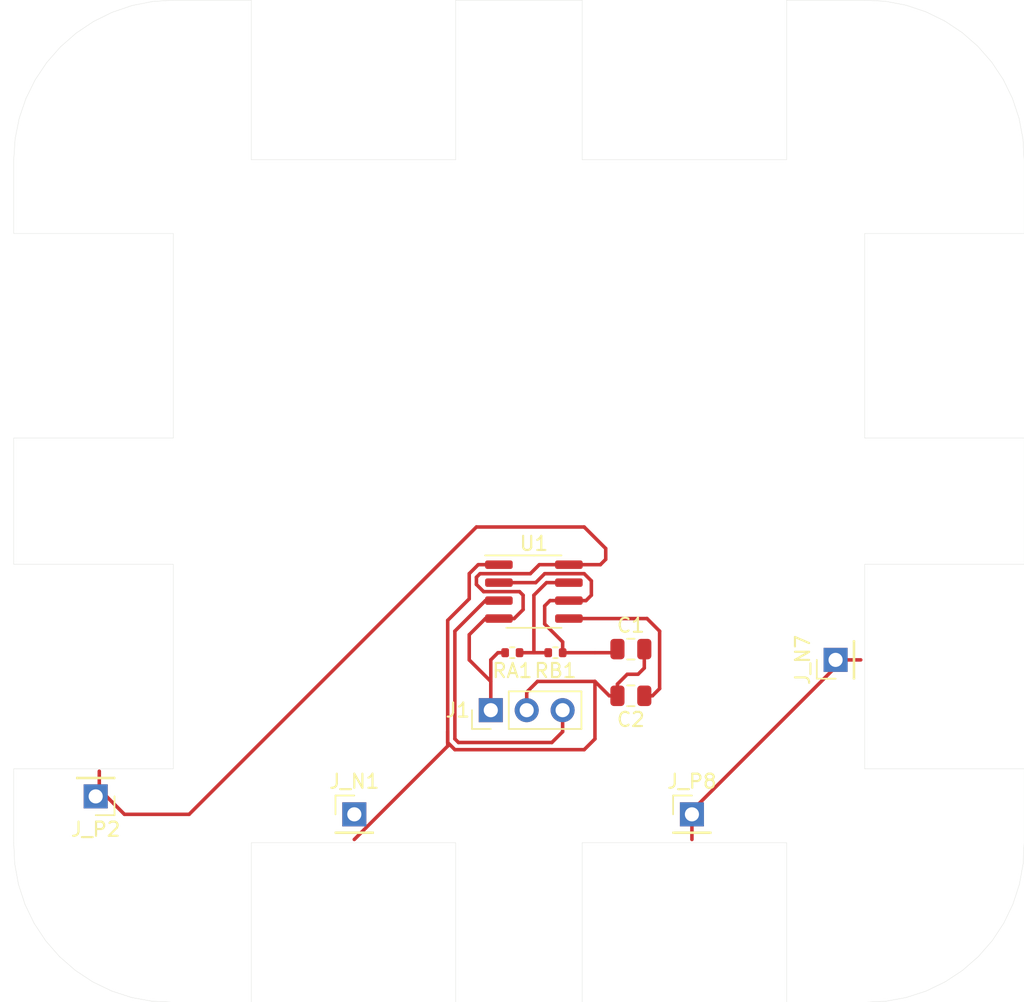
<source format=kicad_pcb>
(kicad_pcb (version 20211014) (generator pcbnew)
  (layers (0 "F.Cu" signal) (31 "B.Cu" signal) (34 "B.Paste" user) (35 "F.Paste" user) (36 "B.SilkS" user "B.Silkscreen") (37 "F.SilkS" user "F.Silkscreen") (38 "B.Mask" user) (39 "F.Mask" user) (44 "Edge.Cuts" user))
  (net 0 "")
  (net 1 "Net-(C1-Pad1)")
  (net 2 "GND")
  (net 3 "Net-(C2-Pad1)")
  (net 4 "+12V")
  (net 5 "Net-(J1-Pad3)")
  (net 6 "Net-(RA1-Pad2)")
  (net 7 "Net-(J_P8-Pad1)")
  (footprint "Resistor_SMD:R_0402_1005Metric" (layer "F.Cu") (at 136.144 94.996)
    (fp_text reference "RA1" (at 0 1.27) (layer "F.SilkS"))
    (fp_text value "1k")
    (fp_line (start -0.153641 0.38) (end 0.153641 0.38) (layer "F.SilkS") (width 0.12))
    (fp_line (start -0.153641 -0.38) (end 0.153641 -0.38) (layer "F.SilkS") (width 0.12))
    (pad "1" smd roundrect (at -0.51 0) (size 0.54 0.64) (layers "F.Cu" "F.Paste" "F.Mask") (net 4 "+12V"))
    (pad "2" smd roundrect (at 0.51 0) (size 0.54 0.64) (layers "F.Cu" "F.Paste" "F.Mask") (net 6 "Net-(RA1-Pad2)"))
  )
  (footprint "Connector_PinHeader_2.54mm:PinHeader_1x03_P2.54mm_Vertical" (layer "F.Cu") (at 134.62 99.06 90)
    (fp_text reference "J1" (at 0 -2.33 180) (layer "F.SilkS"))
    (fp_text value "Conn_01x03_Female")
    (fp_line (start -1.33 6.41) (end 1.33 6.41) (layer "F.SilkS") (width 0.12))
    (fp_line (start -1.33 -1.33) (end 0 -1.33) (layer "F.SilkS") (width 0.12))
    (fp_line (start -1.33 1.27) (end -1.33 6.41) (layer "F.SilkS") (width 0.12))
    (fp_line (start -1.33 1.27) (end 1.33 1.27) (layer "F.SilkS") (width 0.12))
    (fp_line (start 1.33 1.27) (end 1.33 6.41) (layer "F.SilkS") (width 0.12))
    (fp_line (start -1.33 0) (end -1.33 -1.33) (layer "F.SilkS") (width 0.12))
    (pad "1" thru_hole rect (at 0 0 90) (size 1.7 1.7) (drill 1) (layers *.Cu *.Mask) (net 4 "+12V"))
    (pad "2" thru_hole oval (at 0 2.54 90) (size 1.7 1.7) (drill 1) (layers *.Cu *.Mask) (net 2 "GND"))
    (pad "3" thru_hole oval (at 0 5.08 90) (size 1.7 1.7) (drill 1) (layers *.Cu *.Mask) (net 5 "Net-(J1-Pad3)"))
  )
  (footprint "Resistor_SMD:R_0402_1005Metric" (layer "F.Cu") (at 139.192 94.996)
    (fp_text reference "RB1" (at 0 1.27) (layer "F.SilkS"))
    (fp_text value "100k")
    (fp_line (start -0.153641 -0.38) (end 0.153641 -0.38) (layer "F.SilkS") (width 0.12))
    (fp_line (start -0.153641 0.38) (end 0.153641 0.38) (layer "F.SilkS") (width 0.12))
    (pad "1" smd roundrect (at -0.51 0) (size 0.54 0.64) (layers "F.Cu" "F.Paste" "F.Mask") (net 6 "Net-(RA1-Pad2)"))
    (pad "2" smd roundrect (at 0.51 0) (size 0.54 0.64) (layers "F.Cu" "F.Paste" "F.Mask") (net 1 "Net-(C1-Pad1)"))
  )
  (footprint "Connector_PinHeader_2.54mm:PinHeader_1x01_P2.54mm_Vertical" (layer "F.Cu") (at 106.68 105.156 180)
    (fp_text reference "J_P2" (at 0 -2.33) (layer "F.SilkS"))
    (fp_text value "Conn_01x01_Male")
    (fp_line (start -1.33 0) (end -1.33 -1.33) (layer "F.SilkS") (width 0.12))
    (fp_line (start -1.33 -1.33) (end 0 -1.33) (layer "F.SilkS") (width 0.12))
    (fp_line (start -1.33 1.27) (end 1.33 1.27) (layer "F.SilkS") (width 0.12))
    (fp_line (start 1.33 1.27) (end 1.33 1.33) (layer "F.SilkS") (width 0.12))
    (fp_line (start -1.33 1.33) (end 1.33 1.33) (layer "F.SilkS") (width 0.12))
    (fp_line (start -1.33 1.27) (end -1.33 1.33) (layer "F.SilkS") (width 0.12))
    (pad "1" thru_hole rect (at 0 0 180) (size 1.7 1.7) (drill 1) (layers *.Cu *.Mask) (net 4 "+12V"))
  )
  (footprint "Connector_PinHeader_2.54mm:PinHeader_1x01_P2.54mm_Vertical" (layer "F.Cu") (at 148.844 106.426)
    (fp_text reference "J_P8" (at 0 -2.33) (layer "F.SilkS"))
    (fp_text value "Conn_01x01_Male")
    (fp_line (start -1.33 1.27) (end -1.33 1.33) (layer "F.SilkS") (width 0.12))
    (fp_line (start -1.33 -1.33) (end 0 -1.33) (layer "F.SilkS") (width 0.12))
    (fp_line (start -1.33 1.33) (end 1.33 1.33) (layer "F.SilkS") (width 0.12))
    (fp_line (start -1.33 0) (end -1.33 -1.33) (layer "F.SilkS") (width 0.12))
    (fp_line (start -1.33 1.27) (end 1.33 1.27) (layer "F.SilkS") (width 0.12))
    (fp_line (start 1.33 1.27) (end 1.33 1.33) (layer "F.SilkS") (width 0.12))
    (pad "1" thru_hole rect (at 0 0) (size 1.7 1.7) (drill 1) (layers *.Cu *.Mask) (net 7 "Net-(J_P8-Pad1)"))
  )
  (footprint "Connector_PinHeader_2.54mm:PinHeader_1x01_P2.54mm_Vertical" (layer "F.Cu") (at 124.968 106.426)
    (fp_text reference "J_N1" (at 0 -2.33) (layer "F.SilkS"))
    (fp_text value "Conn_01x01_Male")
    (fp_line (start -1.33 1.27) (end 1.33 1.27) (layer "F.SilkS") (width 0.12))
    (fp_line (start -1.33 1.33) (end 1.33 1.33) (layer "F.SilkS") (width 0.12))
    (fp_line (start 1.33 1.27) (end 1.33 1.33) (layer "F.SilkS") (width 0.12))
    (fp_line (start -1.33 1.27) (end -1.33 1.33) (layer "F.SilkS") (width 0.12))
    (fp_line (start -1.33 0) (end -1.33 -1.33) (layer "F.SilkS") (width 0.12))
    (fp_line (start -1.33 -1.33) (end 0 -1.33) (layer "F.SilkS") (width 0.12))
    (pad "1" thru_hole rect (at 0 0) (size 1.7 1.7) (drill 1) (layers *.Cu *.Mask) (net 2 "GND"))
  )
  (footprint "Capacitor_SMD:C_0805_2012Metric" (layer "F.Cu") (at 144.526 98.044 180)
    (fp_text reference "C2" (at 0 -1.68) (layer "F.SilkS"))
    (fp_text value "10nF")
    (fp_line (start -0.261252 0.735) (end 0.261252 0.735) (layer "F.SilkS") (width 0.12))
    (fp_line (start -0.261252 -0.735) (end 0.261252 -0.735) (layer "F.SilkS") (width 0.12))
    (pad "1" smd roundrect (at -0.95 0 180) (size 1 1.45) (layers "F.Cu" "F.Paste" "F.Mask") (net 3 "Net-(C2-Pad1)"))
    (pad "2" smd roundrect (at 0.95 0 180) (size 1 1.45) (layers "F.Cu" "F.Paste" "F.Mask") (net 2 "GND"))
  )
  (footprint "Package_SO:SOIC-8_3.9x4.9mm_P1.27mm" (layer "F.Cu") (at 137.668 90.676)
    (fp_text reference "U1" (at 0 -3.4) (layer "F.SilkS"))
    (fp_text value "LM555CM")
    (fp_line (start 0 -2.56) (end 1.95 -2.56) (layer "F.SilkS") (width 0.12))
    (fp_line (start 0 -2.56) (end -3.45 -2.56) (layer "F.SilkS") (width 0.12))
    (fp_line (start 0 2.56) (end -1.95 2.56) (layer "F.SilkS") (width 0.12))
    (fp_line (start 0 2.56) (end 1.95 2.56) (layer "F.SilkS") (width 0.12))
    (pad "1" smd roundrect (at -2.475 -1.905) (size 1.95 0.6) (layers "F.Cu" "F.Paste" "F.Mask") (net 2 "GND"))
    (pad "2" smd roundrect (at -2.475 -0.635) (size 1.95 0.6) (layers "F.Cu" "F.Paste" "F.Mask") (net 1 "Net-(C1-Pad1)"))
    (pad "3" smd roundrect (at -2.475 0.635) (size 1.95 0.6) (layers "F.Cu" "F.Paste" "F.Mask") (net 5 "Net-(J1-Pad3)"))
    (pad "4" smd roundrect (at -2.475 1.905) (size 1.95 0.6) (layers "F.Cu" "F.Paste" "F.Mask") (net 4 "+12V"))
    (pad "5" smd roundrect (at 2.475 1.905) (size 1.95 0.6) (layers "F.Cu" "F.Paste" "F.Mask") (net 3 "Net-(C2-Pad1)"))
    (pad "6" smd roundrect (at 2.475 0.635) (size 1.95 0.6) (layers "F.Cu" "F.Paste" "F.Mask") (net 1 "Net-(C1-Pad1)"))
    (pad "7" smd roundrect (at 2.475 -0.635) (size 1.95 0.6) (layers "F.Cu" "F.Paste" "F.Mask") (net 6 "Net-(RA1-Pad2)"))
    (pad "8" smd roundrect (at 2.475 -1.905) (size 1.95 0.6) (layers "F.Cu" "F.Paste" "F.Mask") (net 4 "+12V"))
  )
  (footprint "Capacitor_SMD:C_0805_2012Metric" (layer "F.Cu") (at 144.526 94.742)
    (fp_text reference "C1" (at 0 -1.68) (layer "F.SilkS"))
    (fp_text value "1uF")
    (fp_line (start -0.261252 -0.735) (end 0.261252 -0.735) (layer "F.SilkS") (width 0.12))
    (fp_line (start -0.261252 0.735) (end 0.261252 0.735) (layer "F.SilkS") (width 0.12))
    (pad "1" smd roundrect (at -0.95 0) (size 1 1.45) (layers "F.Cu" "F.Paste" "F.Mask") (net 1 "Net-(C1-Pad1)"))
    (pad "2" smd roundrect (at 0.95 0) (size 1 1.45) (layers "F.Cu" "F.Paste" "F.Mask") (net 2 "GND"))
  )
  (footprint "Connector_PinHeader_2.54mm:PinHeader_1x01_P2.54mm_Vertical" (layer "F.Cu") (at 159.004 95.504 90)
    (fp_text reference "J_N7" (at 0 -2.33 90) (layer "F.SilkS"))
    (fp_text value "Conn_01x01_Male")
    (fp_line (start -1.33 1.27) (end -1.33 1.33) (layer "F.SilkS") (width 0.12))
    (fp_line (start -1.33 -1.33) (end 0 -1.33) (layer "F.SilkS") (width 0.12))
    (fp_line (start -1.33 1.27) (end 1.33 1.27) (layer "F.SilkS") (width 0.12))
    (fp_line (start -1.33 0) (end -1.33 -1.33) (layer "F.SilkS") (width 0.12))
    (fp_line (start -1.33 1.33) (end 1.33 1.33) (layer "F.SilkS") (width 0.12))
    (fp_line (start 1.33 1.27) (end 1.33 1.33) (layer "F.SilkS") (width 0.12))
    (pad "1" thru_hole rect (at 0 0 90) (size 1.7 1.7) (drill 1) (layers *.Cu *.Mask) (net 7 "Net-(J_P8-Pad1)"))
  )
  (gr_line (start 170.85997 54.461564) (end 170.041288 53.229258) (layer "Edge.Cuts") (width 0.02))
  (gr_line (start 141.076632 108.436462) (end 155.540268 108.436462) (layer "Edge.Cuts") (width 0.02))
  (gr_line (start 105.2341 117.458386) (end 104.116696 116.481971) (layer "Edge.Cuts") (width 0.02))
  (gr_line (start 170.896927 114.126348) (end 171.541343 112.78967) (layer "Edge.Cuts") (width 0.02))
  (gr_line (start 166.721302 50.322897) (end 165.39153 49.674418) (layer "Edge.Cuts") (width 0.02))
  (gr_line (start 107.846879 49.70725) (end 106.523982 50.359796) (layer "Edge.Cuts") (width 0.02))
  (gr_line (start 170.041288 53.229258) (end 169.066792 52.116074) (layer "Edge.Cuts") (width 0.02))
  (gr_line (start 172.334805 79.814135) (end 161.057205 79.814135) (layer "Edge.Cuts") (width 0.02))
  (gr_line (start 117.679141 60.125662) (end 117.679141 48.848062) (layer "Edge.Cuts") (width 0.02))
  (gr_line (start 172.334805 65.350499) (end 172.334805 60.125662) (layer "Edge.Cuts") (width 0.02))
  (gr_line (start 171.508449 55.791337) (end 170.85997 54.461564) (layer "Edge.Cuts") (width 0.02))
  (gr_line (start 161.057205 65.350499) (end 161.057205 79.814135) (layer "Edge.Cuts") (width 0.02))
  (gr_line (start 172.334805 88.747989) (end 161.057205 88.747989) (layer "Edge.Cuts") (width 0.02))
  (gr_line (start 172.334805 88.747989) (end 172.334805 79.814135) (layer "Edge.Cuts") (width 0.02))
  (gr_line (start 155.540268 119.714062) (end 161.057205 119.714062) (layer "Edge.Cuts") (width 0.02))
  (gr_line (start 110.690301 48.944864) (end 109.243613 49.232902) (layer "Edge.Cuts") (width 0.02))
  (gr_line (start 172.252404 58.648493) (end 171.975329 57.195204) (layer "Edge.Cuts") (width 0.02))
  (gr_line (start 104.116696 116.481971) (end 103.14028 115.364567) (layer "Edge.Cuts") (width 0.02))
  (gr_line (start 172.000743 111.378666) (end 172.266831 109.918811) (layer "Edge.Cuts") (width 0.02))
  (gr_line (start 170.079129 115.364567) (end 170.896927 114.126348) (layer "Edge.Cuts") (width 0.02))
  (gr_line (start 100.884605 103.211625) (end 100.884605 108.436462) (layer "Edge.Cuts") (width 0.02))
  (gr_line (start 105.297545 51.179383) (end 104.188538 52.151996) (layer "Edge.Cuts") (width 0.02))
  (gr_line (start 102.322482 114.126348) (end 101.678066 112.78967) (layer "Edge.Cuts") (width 0.02))
  (gr_line (start 112.162205 88.747989) (end 112.162205 103.211625) (layer "Edge.Cuts") (width 0.02))
  (gr_line (start 167.953609 51.141579) (end 166.721302 50.322897) (layer "Edge.Cuts") (width 0.02))
  (gr_line (start 112.162205 48.848062) (end 110.690301 48.944864) (layer "Edge.Cuts") (width 0.02))
  (gr_line (start 117.679141 108.436462) (end 132.142777 108.436462) (layer "Edge.Cuts") (width 0.02))
  (gr_line (start 132.142777 48.848062) (end 132.142777 60.125662) (layer "Edge.Cuts") (width 0.02))
  (gr_line (start 102.396339 54.48744) (end 101.743792 55.810336) (layer "Edge.Cuts") (width 0.02))
  (gr_line (start 132.142777 119.714062) (end 141.076632 119.714062) (layer "Edge.Cuts") (width 0.02))
  (gr_line (start 117.679141 48.848062) (end 112.162205 48.848062) (layer "Edge.Cuts") (width 0.02))
  (gr_line (start 112.162205 65.350499) (end 100.884605 65.350499) (layer "Edge.Cuts") (width 0.02))
  (gr_line (start 112.162205 119.714062) (end 110.679855 119.646089) (layer "Edge.Cuts") (width 0.02))
  (gr_line (start 132.142777 60.125662) (end 117.679141 60.125662) (layer "Edge.Cuts") (width 0.02))
  (gr_line (start 161.057205 119.714062) (end 162.539554 119.646089) (layer "Edge.Cuts") (width 0.02))
  (gr_line (start 141.076632 48.848062) (end 141.076632 60.125662) (layer "Edge.Cuts") (width 0.02))
  (gr_line (start 172.334805 60.125662) (end 172.252404 58.648493) (layer "Edge.Cuts") (width 0.02))
  (gr_line (start 141.076632 119.714062) (end 141.076632 108.436462) (layer "Edge.Cuts") (width 0.02))
  (gr_line (start 169.102713 116.481971) (end 170.079129 115.364567) (layer "Edge.Cuts") (width 0.02))
  (gr_line (start 141.076632 48.848062) (end 132.142777 48.848062) (layer "Edge.Cuts") (width 0.02))
  (gr_line (start 162.539554 119.646089) (end 163.999409 119.38) (layer "Edge.Cuts") (width 0.02))
  (gr_line (start 106.472319 118.276185) (end 105.2341 117.458386) (layer "Edge.Cuts") (width 0.02))
  (gr_line (start 163.987663 49.207538) (end 162.534374 48.930463) (layer "Edge.Cuts") (width 0.02))
  (gr_line (start 172.266831 109.918811) (end 172.334805 108.436462) (layer "Edge.Cuts") (width 0.02))
  (gr_line (start 161.057205 88.747989) (end 161.057205 103.211625) (layer "Edge.Cuts") (width 0.02))
  (gr_line (start 155.540268 60.125662) (end 141.076632 60.125662) (layer "Edge.Cuts") (width 0.02))
  (gr_line (start 101.218666 111.378666) (end 100.952578 109.918811) (layer "Edge.Cuts") (width 0.02))
  (gr_line (start 100.884605 88.747989) (end 100.884605 79.814135) (layer "Edge.Cuts") (width 0.02))
  (gr_line (start 112.162205 119.714062) (end 117.679141 119.714062) (layer "Edge.Cuts") (width 0.02))
  (gr_line (start 117.679141 108.436462) (end 117.679141 119.714062) (layer "Edge.Cuts") (width 0.02))
  (gr_line (start 104.188538 52.151996) (end 103.215925 53.261002) (layer "Edge.Cuts") (width 0.02))
  (gr_line (start 162.534374 48.930463) (end 161.057205 48.848062) (layer "Edge.Cuts") (width 0.02))
  (gr_line (start 100.981407 58.653758) (end 100.884605 60.125662) (layer "Edge.Cuts") (width 0.02))
  (gr_line (start 172.334805 108.436462) (end 172.334805 103.211625) (layer "Edge.Cuts") (width 0.02))
  (gr_line (start 100.952578 109.918811) (end 100.884605 108.436462) (layer "Edge.Cuts") (width 0.02))
  (gr_line (start 106.523982 50.359796) (end 105.297545 51.179383) (layer "Edge.Cuts") (width 0.02))
  (gr_line (start 169.066792 52.116074) (end 167.953609 51.141579) (layer "Edge.Cuts") (width 0.02))
  (gr_line (start 109.22 119.38) (end 107.808997 118.920601) (layer "Edge.Cuts") (width 0.02))
  (gr_line (start 167.985309 117.458386) (end 169.102713 116.481971) (layer "Edge.Cuts") (width 0.02))
  (gr_line (start 101.743792 55.810336) (end 101.269444 57.20707) (layer "Edge.Cuts") (width 0.02))
  (gr_line (start 166.74709 118.276185) (end 167.985309 117.458386) (layer "Edge.Cuts") (width 0.02))
  (gr_line (start 161.057205 65.350499) (end 172.334805 65.350499) (layer "Edge.Cuts") (width 0.02))
  (gr_line (start 132.142777 119.714062) (end 132.142777 108.436462) (layer "Edge.Cuts") (width 0.02))
  (gr_line (start 155.540268 60.125662) (end 155.540268 48.848062) (layer "Edge.Cuts") (width 0.02))
  (gr_line (start 161.057205 48.848062) (end 155.540268 48.848062) (layer "Edge.Cuts") (width 0.02))
  (gr_line (start 171.541343 112.78967) (end 172.000743 111.378666) (layer "Edge.Cuts") (width 0.02))
  (gr_line (start 100.884605 88.747989) (end 112.162205 88.747989) (layer "Edge.Cuts") (width 0.02))
  (gr_line (start 103.14028 115.364567) (end 102.322482 114.126348) (layer "Edge.Cuts") (width 0.02))
  (gr_line (start 101.269444 57.20707) (end 100.981407 58.653758) (layer "Edge.Cuts") (width 0.02))
  (gr_line (start 161.057205 103.211625) (end 172.334805 103.211625) (layer "Edge.Cuts") (width 0.02))
  (gr_line (start 109.243613 49.232902) (end 107.846879 49.70725) (layer "Edge.Cuts") (width 0.02))
  (gr_line (start 163.999409 119.38) (end 165.410413 118.920601) (layer "Edge.Cuts") (width 0.02))
  (gr_line (start 103.215925 53.261002) (end 102.396339 54.48744) (layer "Edge.Cuts") (width 0.02))
  (gr_line (start 155.540268 108.436462) (end 155.540268 119.714062) (layer "Edge.Cuts") (width 0.02))
  (gr_line (start 110.679855 119.646089) (end 109.22 119.38) (layer "Edge.Cuts") (width 0.02))
  (gr_line (start 100.884605 60.125662) (end 100.884605 65.350499) (layer "Edge.Cuts") (width 0.02))
  (gr_line (start 101.678066 112.78967) (end 101.218666 111.378666) (layer "Edge.Cuts") (width 0.02))
  (gr_line (start 165.39153 49.674418) (end 163.987663 49.207538) (layer "Edge.Cuts") (width 0.02))
  (gr_line (start 107.808997 118.920601) (end 106.472319 118.276185) (layer "Edge.Cuts") (width 0.02))
  (gr_line (start 112.162205 103.211625) (end 100.884605 103.211625) (layer "Edge.Cuts") (width 0.02))
  (gr_line (start 112.162205 65.350499) (end 112.162205 79.814135) (layer "Edge.Cuts") (width 0.02))
  (gr_line (start 100.884605 79.814135) (end 112.162205 79.814135) (layer "Edge.Cuts") (width 0.02))
  (gr_line (start 165.410413 118.920601) (end 166.74709 118.276185) (layer "Edge.Cuts") (width 0.02))
  (gr_line (start 171.975329 57.195204) (end 171.508449 55.791337) (layer "Edge.Cuts") (width 0.02))
  (segment (start 140.143 91.311) (end 138.809 91.311) (width 0.25) (layer "F.Cu") (net 1))
  (segment (start 138.43 91.69) (end 138.809 91.311) (width 0.25) (layer "F.Cu") (net 1))
  (segment (start 139.702 94.996) (end 139.702 94.236) (width 0.25) (layer "F.Cu") (net 1))
  (segment (start 138.43 92.964) (end 138.43 91.69) (width 0.25) (layer "F.Cu") (net 1))
  (segment (start 141.224 89.408) (end 138.43 89.408) (width 0.25) (layer "F.Cu") (net 1))
  (segment (start 139.702 94.996) (end 141.986 94.996) (width 0.25) (layer "F.Cu") (net 1))
  (segment (start 139.702 94.236) (end 138.43 92.964) (width 0.25) (layer "F.Cu") (net 1))
  (segment (start 141.732 90.932) (end 141.732 89.916) (width 0.25) (layer "F.Cu") (net 1))
  (segment (start 138.43 89.408) (end 137.797 90.041) (width 0.25) (layer "F.Cu") (net 1))
  (segment (start 137.797 90.041) (end 135.193 90.041) (width 0.25) (layer "F.Cu") (net 1))
  (segment (start 141.986 94.996) (end 143.576 94.996) (width 0.25) (layer "F.Cu") (net 1))
  (segment (start 141.732 89.916) (end 141.224 89.408) (width 0.25) (layer "F.Cu") (net 1))
  (segment (start 141.353 91.311) (end 141.732 90.932) (width 0.25) (layer "F.Cu") (net 1))
  (segment (start 140.143 91.311) (end 141.353 91.311) (width 0.25) (layer "F.Cu") (net 1))
  (segment (start 131.572 100.584) (end 131.572 92.71) (width 0.25) (layer "F.Cu") (net 2))
  (segment (start 131.572 101.346) (end 131.572 100.584) (width 0.25) (layer "F.Cu") (net 2))
  (segment (start 132.08 101.854) (end 131.572 101.346) (width 0.25) (layer "F.Cu") (net 2))
  (segment (start 143.576 97.216) (end 144.272 96.52) (width 0.25) (layer "F.Cu") (net 2))
  (segment (start 141.986 97.028) (end 141.986 101.092) (width 0.25) (layer "F.Cu") (net 2))
  (segment (start 141.986 101.092) (end 141.224 101.854) (width 0.25) (layer "F.Cu") (net 2))
  (segment (start 133.733 88.771) (end 135.193 88.771) (width 0.25) (layer "F.Cu") (net 2))
  (segment (start 131.572 101.6) (end 131.572 100.584) (width 0.25) (layer "F.Cu") (net 2))
  (segment (start 143.576 98.044) (end 143.576 97.216) (width 0.25) (layer "F.Cu") (net 2))
  (segment (start 145.034 96.52) (end 145.476 96.078) (width 0.25) (layer "F.Cu") (net 2))
  (segment (start 137.16 97.79) (end 137.16 99.06) (width 0.25) (layer "F.Cu") (net 2))
  (segment (start 133.096 91.186) (end 133.096 89.408) (width 0.25) (layer "F.Cu") (net 2))
  (segment (start 145.476 96.078) (end 145.476 94.996) (width 0.25) (layer "F.Cu") (net 2))
  (segment (start 141.224 101.854) (end 132.08 101.854) (width 0.25) (layer "F.Cu") (net 2))
  (segment (start 124.968 108.204) (end 131.572 101.6) (width 0.25) (layer "F.Cu") (net 2))
  (segment (start 137.922 97.028) (end 137.16 97.79) (width 0.25) (layer "F.Cu") (net 2))
  (segment (start 141.986 97.028) (end 137.922 97.028) (width 0.25) (layer "F.Cu") (net 2))
  (segment (start 131.572 92.71) (end 133.096 91.186) (width 0.25) (layer "F.Cu") (net 2))
  (segment (start 133.096 89.408) (end 133.733 88.771) (width 0.25) (layer "F.Cu") (net 2))
  (segment (start 144.272 96.52) (end 145.034 96.52) (width 0.25) (layer "F.Cu") (net 2))
  (segment (start 143.002 98.044) (end 141.986 97.028) (width 0.25) (layer "F.Cu") (net 2))
  (segment (start 143.576 98.044) (end 143.002 98.044) (width 0.25) (layer "F.Cu") (net 2))
  (segment (start 145.476 98.044) (end 146.05 98.044) (width 0.25) (layer "F.Cu") (net 3))
  (segment (start 146.558 97.536) (end 146.558 93.472) (width 0.25) (layer "F.Cu") (net 3))
  (segment (start 146.05 98.044) (end 146.558 97.536) (width 0.25) (layer "F.Cu") (net 3))
  (segment (start 145.667 92.581) (end 140.143 92.581) (width 0.25) (layer "F.Cu") (net 3))
  (segment (start 146.558 93.472) (end 145.667 92.581) (width 0.25) (layer "F.Cu") (net 3))
  (segment (start 133.604 89.662) (end 133.858 89.408) (width 0.25) (layer "F.Cu") (net 4))
  (segment (start 142.748 88.392) (end 142.369 88.771) (width 0.25) (layer "F.Cu") (net 4))
  (segment (start 142.369 88.771) (end 140.143 88.771) (width 0.25) (layer "F.Cu") (net 4))
  (segment (start 134.62 97.028) (end 133.096 95.504) (width 0.25) (layer "F.Cu") (net 4))
  (segment (start 136.652 90.678) (end 134.112 90.678) (width 0.25) (layer "F.Cu") (net 4))
  (segment (start 135.128 94.996) (end 135.634 94.996) (width 0.25) (layer "F.Cu") (net 4))
  (segment (start 106.934 103.378) (end 106.934 104.648) (width 0.25) (layer "F.Cu") (net 4))
  (segment (start 133.604 90.17) (end 133.604 89.662) (width 0.25) (layer "F.Cu") (net 4))
  (segment (start 137.414 89.408) (end 138.051 88.771) (width 0.25) (layer "F.Cu") (net 4))
  (segment (start 133.096 93.726) (end 134.241 92.581) (width 0.25) (layer "F.Cu") (net 4))
  (segment (start 134.112 90.678) (end 133.604 90.17) (width 0.25) (layer "F.Cu") (net 4))
  (segment (start 138.051 88.771) (end 140.143 88.771) (width 0.25) (layer "F.Cu") (net 4))
  (segment (start 135.193 92.581) (end 136.273 92.581) (width 0.25) (layer "F.Cu") (net 4))
  (segment (start 134.241 92.581) (end 135.193 92.581) (width 0.25) (layer "F.Cu") (net 4))
  (segment (start 134.62 95.504) (end 135.128 94.996) (width 0.25) (layer "F.Cu") (net 4))
  (segment (start 133.096 95.504) (end 133.096 93.726) (width 0.25) (layer "F.Cu") (net 4))
  (segment (start 141.224 86.106) (end 142.748 87.63) (width 0.25) (layer "F.Cu") (net 4))
  (segment (start 134.62 99.06) (end 134.62 97.028) (width 0.25) (layer "F.Cu") (net 4))
  (segment (start 133.604 86.106) (end 141.224 86.106) (width 0.25) (layer "F.Cu") (net 4))
  (segment (start 113.284 106.426) (end 133.604 86.106) (width 0.25) (layer "F.Cu") (net 4))
  (segment (start 142.748 87.63) (end 142.748 88.392) (width 0.25) (layer "F.Cu") (net 4))
  (segment (start 136.906 90.932) (end 136.652 90.678) (width 0.25) (layer "F.Cu") (net 4))
  (segment (start 134.62 97.028) (end 134.62 95.504) (width 0.25) (layer "F.Cu") (net 4))
  (segment (start 136.273 92.581) (end 136.906 91.948) (width 0.25) (layer "F.Cu") (net 4))
  (segment (start 136.906 91.948) (end 136.906 90.932) (width 0.25) (layer "F.Cu") (net 4))
  (segment (start 106.934 104.648) (end 108.712 106.426) (width 0.25) (layer "F.Cu") (net 4))
  (segment (start 133.858 89.408) (end 137.414 89.408) (width 0.25) (layer "F.Cu") (net 4))
  (segment (start 108.712 106.426) (end 113.284 106.426) (width 0.25) (layer "F.Cu") (net 4))
  (segment (start 138.938 101.346) (end 132.334 101.346) (width 0.25) (layer "F.Cu") (net 5))
  (segment (start 132.08 101.092) (end 132.08 93.472) (width 0.25) (layer "F.Cu") (net 5))
  (segment (start 132.334 101.346) (end 132.08 101.092) (width 0.25) (layer "F.Cu") (net 5))
  (segment (start 134.241 91.311) (end 135.193 91.311) (width 0.25) (layer "F.Cu") (net 5))
  (segment (start 132.08 93.472) (end 134.241 91.311) (width 0.25) (layer "F.Cu") (net 5))
  (segment (start 139.7 99.06) (end 139.7 100.584) (width 0.25) (layer "F.Cu") (net 5))
  (segment (start 139.7 100.584) (end 138.938 101.346) (width 0.25) (layer "F.Cu") (net 5))
  (segment (start 138.559 90.041) (end 140.143 90.041) (width 0.25) (layer "F.Cu") (net 6))
  (segment (start 137.668 94.996) (end 138.682 94.996) (width 0.25) (layer "F.Cu") (net 6))
  (segment (start 136.654 94.996) (end 137.668 94.996) (width 0.25) (layer "F.Cu") (net 6))
  (segment (start 137.668 90.932) (end 138.559 90.041) (width 0.25) (layer "F.Cu") (net 6))
  (segment (start 137.668 94.996) (end 137.668 90.932) (width 0.25) (layer "F.Cu") (net 6))
  (segment (start 148.844 108.204) (end 148.844 106.172) (width 0.25) (layer "F.Cu") (net 7))
  (segment (start 148.844 106.172) (end 159.512 95.504) (width 0.25) (layer "F.Cu") (net 7))
  (segment (start 159.512 95.504) (end 160.782 95.504) (width 0.25) (layer "F.Cu") (net 7))
)
</source>
